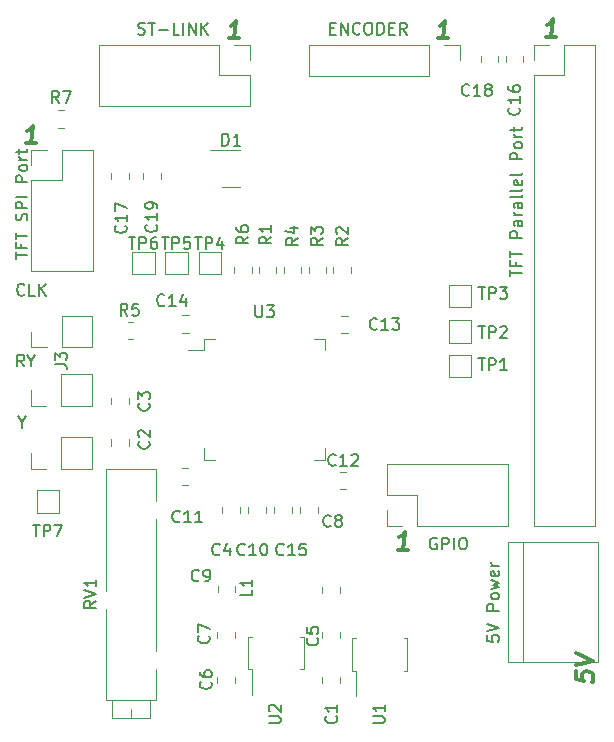
<source format=gbr>
%TF.GenerationSoftware,KiCad,Pcbnew,(6.0.6)*%
%TF.CreationDate,2022-09-22T18:41:47+01:00*%
%TF.ProjectId,ConverterBoard,436f6e76-6572-4746-9572-426f6172642e,rev?*%
%TF.SameCoordinates,Original*%
%TF.FileFunction,Legend,Top*%
%TF.FilePolarity,Positive*%
%FSLAX46Y46*%
G04 Gerber Fmt 4.6, Leading zero omitted, Abs format (unit mm)*
G04 Created by KiCad (PCBNEW (6.0.6)) date 2022-09-22 18:41:47*
%MOMM*%
%LPD*%
G01*
G04 APERTURE LIST*
%ADD10C,0.300000*%
%ADD11C,0.150000*%
%ADD12C,0.120000*%
G04 APERTURE END LIST*
D10*
X164778571Y-117740223D02*
X164778571Y-118454508D01*
X165492857Y-118615223D01*
X165421428Y-118534866D01*
X165350000Y-118383080D01*
X165350000Y-118025937D01*
X165421428Y-117892008D01*
X165492857Y-117829508D01*
X165635714Y-117775937D01*
X165992857Y-117820580D01*
X166135714Y-117909866D01*
X166207142Y-117990223D01*
X166278571Y-118142008D01*
X166278571Y-118499151D01*
X166207142Y-118633080D01*
X166135714Y-118695580D01*
X164778571Y-117240223D02*
X166278571Y-116927723D01*
X164778571Y-116240223D01*
X150586562Y-107478571D02*
X149729419Y-107478571D01*
X150157991Y-107478571D02*
X150345491Y-105978571D01*
X150175848Y-106192857D01*
X150015133Y-106335714D01*
X149863348Y-106407142D01*
X119086562Y-73078571D02*
X118229419Y-73078571D01*
X118657991Y-73078571D02*
X118845491Y-71578571D01*
X118675848Y-71792857D01*
X118515133Y-71935714D01*
X118363348Y-72007142D01*
X153986562Y-64178571D02*
X153129419Y-64178571D01*
X153557991Y-64178571D02*
X153745491Y-62678571D01*
X153575848Y-62892857D01*
X153415133Y-63035714D01*
X153263348Y-63107142D01*
X163086562Y-64078571D02*
X162229419Y-64078571D01*
X162657991Y-64078571D02*
X162845491Y-62578571D01*
X162675848Y-62792857D01*
X162515133Y-62935714D01*
X162363348Y-63007142D01*
X136286562Y-64178571D02*
X135429419Y-64178571D01*
X135857991Y-64178571D02*
X136045491Y-62678571D01*
X135875848Y-62892857D01*
X135715133Y-63035714D01*
X135563348Y-63107142D01*
D11*
%TO.C,U3*%
X137668095Y-86794380D02*
X137668095Y-87603904D01*
X137715714Y-87699142D01*
X137763333Y-87746761D01*
X137858571Y-87794380D01*
X138049047Y-87794380D01*
X138144285Y-87746761D01*
X138191904Y-87699142D01*
X138239523Y-87603904D01*
X138239523Y-86794380D01*
X138620476Y-86794380D02*
X139239523Y-86794380D01*
X138906190Y-87175333D01*
X139049047Y-87175333D01*
X139144285Y-87222952D01*
X139191904Y-87270571D01*
X139239523Y-87365809D01*
X139239523Y-87603904D01*
X139191904Y-87699142D01*
X139144285Y-87746761D01*
X139049047Y-87794380D01*
X138763333Y-87794380D01*
X138668095Y-87746761D01*
X138620476Y-87699142D01*
%TO.C,C1*%
X144502142Y-121561666D02*
X144549761Y-121609285D01*
X144597380Y-121752142D01*
X144597380Y-121847380D01*
X144549761Y-121990238D01*
X144454523Y-122085476D01*
X144359285Y-122133095D01*
X144168809Y-122180714D01*
X144025952Y-122180714D01*
X143835476Y-122133095D01*
X143740238Y-122085476D01*
X143645000Y-121990238D01*
X143597380Y-121847380D01*
X143597380Y-121752142D01*
X143645000Y-121609285D01*
X143692619Y-121561666D01*
X144597380Y-120609285D02*
X144597380Y-121180714D01*
X144597380Y-120895000D02*
X143597380Y-120895000D01*
X143740238Y-120990238D01*
X143835476Y-121085476D01*
X143883095Y-121180714D01*
%TO.C,C8*%
X144033333Y-105457142D02*
X143985714Y-105504761D01*
X143842857Y-105552380D01*
X143747619Y-105552380D01*
X143604761Y-105504761D01*
X143509523Y-105409523D01*
X143461904Y-105314285D01*
X143414285Y-105123809D01*
X143414285Y-104980952D01*
X143461904Y-104790476D01*
X143509523Y-104695238D01*
X143604761Y-104600000D01*
X143747619Y-104552380D01*
X143842857Y-104552380D01*
X143985714Y-104600000D01*
X144033333Y-104647619D01*
X144604761Y-104980952D02*
X144509523Y-104933333D01*
X144461904Y-104885714D01*
X144414285Y-104790476D01*
X144414285Y-104742857D01*
X144461904Y-104647619D01*
X144509523Y-104600000D01*
X144604761Y-104552380D01*
X144795238Y-104552380D01*
X144890476Y-104600000D01*
X144938095Y-104647619D01*
X144985714Y-104742857D01*
X144985714Y-104790476D01*
X144938095Y-104885714D01*
X144890476Y-104933333D01*
X144795238Y-104980952D01*
X144604761Y-104980952D01*
X144509523Y-105028571D01*
X144461904Y-105076190D01*
X144414285Y-105171428D01*
X144414285Y-105361904D01*
X144461904Y-105457142D01*
X144509523Y-105504761D01*
X144604761Y-105552380D01*
X144795238Y-105552380D01*
X144890476Y-105504761D01*
X144938095Y-105457142D01*
X144985714Y-105361904D01*
X144985714Y-105171428D01*
X144938095Y-105076190D01*
X144890476Y-105028571D01*
X144795238Y-104980952D01*
%TO.C,J3*%
X120702380Y-91783333D02*
X121416666Y-91783333D01*
X121559523Y-91830952D01*
X121654761Y-91926190D01*
X121702380Y-92069047D01*
X121702380Y-92164285D01*
X120702380Y-91402380D02*
X120702380Y-90783333D01*
X121083333Y-91116666D01*
X121083333Y-90973809D01*
X121130952Y-90878571D01*
X121178571Y-90830952D01*
X121273809Y-90783333D01*
X121511904Y-90783333D01*
X121607142Y-90830952D01*
X121654761Y-90878571D01*
X121702380Y-90973809D01*
X121702380Y-91259523D01*
X121654761Y-91354761D01*
X121607142Y-91402380D01*
X118080952Y-91952380D02*
X117747619Y-91476190D01*
X117509523Y-91952380D02*
X117509523Y-90952380D01*
X117890476Y-90952380D01*
X117985714Y-91000000D01*
X118033333Y-91047619D01*
X118080952Y-91142857D01*
X118080952Y-91285714D01*
X118033333Y-91380952D01*
X117985714Y-91428571D01*
X117890476Y-91476190D01*
X117509523Y-91476190D01*
X118700000Y-91476190D02*
X118700000Y-91952380D01*
X118366666Y-90952380D02*
X118700000Y-91476190D01*
X119033333Y-90952380D01*
%TO.C,TP3*%
X156528095Y-85227380D02*
X157099523Y-85227380D01*
X156813809Y-86227380D02*
X156813809Y-85227380D01*
X157432857Y-86227380D02*
X157432857Y-85227380D01*
X157813809Y-85227380D01*
X157909047Y-85275000D01*
X157956666Y-85322619D01*
X158004285Y-85417857D01*
X158004285Y-85560714D01*
X157956666Y-85655952D01*
X157909047Y-85703571D01*
X157813809Y-85751190D01*
X157432857Y-85751190D01*
X158337619Y-85227380D02*
X158956666Y-85227380D01*
X158623333Y-85608333D01*
X158766190Y-85608333D01*
X158861428Y-85655952D01*
X158909047Y-85703571D01*
X158956666Y-85798809D01*
X158956666Y-86036904D01*
X158909047Y-86132142D01*
X158861428Y-86179761D01*
X158766190Y-86227380D01*
X158480476Y-86227380D01*
X158385238Y-86179761D01*
X158337619Y-86132142D01*
%TO.C,C7*%
X133702142Y-114761666D02*
X133749761Y-114809285D01*
X133797380Y-114952142D01*
X133797380Y-115047380D01*
X133749761Y-115190238D01*
X133654523Y-115285476D01*
X133559285Y-115333095D01*
X133368809Y-115380714D01*
X133225952Y-115380714D01*
X133035476Y-115333095D01*
X132940238Y-115285476D01*
X132845000Y-115190238D01*
X132797380Y-115047380D01*
X132797380Y-114952142D01*
X132845000Y-114809285D01*
X132892619Y-114761666D01*
X132797380Y-114428333D02*
X132797380Y-113761666D01*
X133797380Y-114190238D01*
%TO.C,ST-LINK1*%
X127747619Y-63804761D02*
X127890476Y-63852380D01*
X128128571Y-63852380D01*
X128223809Y-63804761D01*
X128271428Y-63757142D01*
X128319047Y-63661904D01*
X128319047Y-63566666D01*
X128271428Y-63471428D01*
X128223809Y-63423809D01*
X128128571Y-63376190D01*
X127938095Y-63328571D01*
X127842857Y-63280952D01*
X127795238Y-63233333D01*
X127747619Y-63138095D01*
X127747619Y-63042857D01*
X127795238Y-62947619D01*
X127842857Y-62900000D01*
X127938095Y-62852380D01*
X128176190Y-62852380D01*
X128319047Y-62900000D01*
X128604761Y-62852380D02*
X129176190Y-62852380D01*
X128890476Y-63852380D02*
X128890476Y-62852380D01*
X129509523Y-63471428D02*
X130271428Y-63471428D01*
X131223809Y-63852380D02*
X130747619Y-63852380D01*
X130747619Y-62852380D01*
X131557142Y-63852380D02*
X131557142Y-62852380D01*
X132033333Y-63852380D02*
X132033333Y-62852380D01*
X132604761Y-63852380D01*
X132604761Y-62852380D01*
X133080952Y-63852380D02*
X133080952Y-62852380D01*
X133652380Y-63852380D02*
X133223809Y-63280952D01*
X133652380Y-62852380D02*
X133080952Y-63423809D01*
%TO.C,C5*%
X142902142Y-114961666D02*
X142949761Y-115009285D01*
X142997380Y-115152142D01*
X142997380Y-115247380D01*
X142949761Y-115390238D01*
X142854523Y-115485476D01*
X142759285Y-115533095D01*
X142568809Y-115580714D01*
X142425952Y-115580714D01*
X142235476Y-115533095D01*
X142140238Y-115485476D01*
X142045000Y-115390238D01*
X141997380Y-115247380D01*
X141997380Y-115152142D01*
X142045000Y-115009285D01*
X142092619Y-114961666D01*
X141997380Y-114056904D02*
X141997380Y-114533095D01*
X142473571Y-114580714D01*
X142425952Y-114533095D01*
X142378333Y-114437857D01*
X142378333Y-114199761D01*
X142425952Y-114104523D01*
X142473571Y-114056904D01*
X142568809Y-114009285D01*
X142806904Y-114009285D01*
X142902142Y-114056904D01*
X142949761Y-114104523D01*
X142997380Y-114199761D01*
X142997380Y-114437857D01*
X142949761Y-114533095D01*
X142902142Y-114580714D01*
%TO.C,C6*%
X133862142Y-118641666D02*
X133909761Y-118689285D01*
X133957380Y-118832142D01*
X133957380Y-118927380D01*
X133909761Y-119070238D01*
X133814523Y-119165476D01*
X133719285Y-119213095D01*
X133528809Y-119260714D01*
X133385952Y-119260714D01*
X133195476Y-119213095D01*
X133100238Y-119165476D01*
X133005000Y-119070238D01*
X132957380Y-118927380D01*
X132957380Y-118832142D01*
X133005000Y-118689285D01*
X133052619Y-118641666D01*
X132957380Y-117784523D02*
X132957380Y-117975000D01*
X133005000Y-118070238D01*
X133052619Y-118117857D01*
X133195476Y-118213095D01*
X133385952Y-118260714D01*
X133766904Y-118260714D01*
X133862142Y-118213095D01*
X133909761Y-118165476D01*
X133957380Y-118070238D01*
X133957380Y-117879761D01*
X133909761Y-117784523D01*
X133862142Y-117736904D01*
X133766904Y-117689285D01*
X133528809Y-117689285D01*
X133433571Y-117736904D01*
X133385952Y-117784523D01*
X133338333Y-117879761D01*
X133338333Y-118070238D01*
X133385952Y-118165476D01*
X133433571Y-118213095D01*
X133528809Y-118260714D01*
%TO.C,R1*%
X139002380Y-80966666D02*
X138526190Y-81300000D01*
X139002380Y-81538095D02*
X138002380Y-81538095D01*
X138002380Y-81157142D01*
X138050000Y-81061904D01*
X138097619Y-81014285D01*
X138192857Y-80966666D01*
X138335714Y-80966666D01*
X138430952Y-81014285D01*
X138478571Y-81061904D01*
X138526190Y-81157142D01*
X138526190Y-81538095D01*
X139002380Y-80014285D02*
X139002380Y-80585714D01*
X139002380Y-80300000D02*
X138002380Y-80300000D01*
X138145238Y-80395238D01*
X138240476Y-80490476D01*
X138288095Y-80585714D01*
%TO.C,J1*%
X157272380Y-114725714D02*
X157272380Y-115201904D01*
X157748571Y-115249523D01*
X157700952Y-115201904D01*
X157653333Y-115106666D01*
X157653333Y-114868571D01*
X157700952Y-114773333D01*
X157748571Y-114725714D01*
X157843809Y-114678095D01*
X158081904Y-114678095D01*
X158177142Y-114725714D01*
X158224761Y-114773333D01*
X158272380Y-114868571D01*
X158272380Y-115106666D01*
X158224761Y-115201904D01*
X158177142Y-115249523D01*
X157272380Y-114392380D02*
X158272380Y-114059047D01*
X157272380Y-113725714D01*
X158272380Y-112630476D02*
X157272380Y-112630476D01*
X157272380Y-112249523D01*
X157320000Y-112154285D01*
X157367619Y-112106666D01*
X157462857Y-112059047D01*
X157605714Y-112059047D01*
X157700952Y-112106666D01*
X157748571Y-112154285D01*
X157796190Y-112249523D01*
X157796190Y-112630476D01*
X158272380Y-111487619D02*
X158224761Y-111582857D01*
X158177142Y-111630476D01*
X158081904Y-111678095D01*
X157796190Y-111678095D01*
X157700952Y-111630476D01*
X157653333Y-111582857D01*
X157605714Y-111487619D01*
X157605714Y-111344761D01*
X157653333Y-111249523D01*
X157700952Y-111201904D01*
X157796190Y-111154285D01*
X158081904Y-111154285D01*
X158177142Y-111201904D01*
X158224761Y-111249523D01*
X158272380Y-111344761D01*
X158272380Y-111487619D01*
X157605714Y-110820952D02*
X158272380Y-110630476D01*
X157796190Y-110440000D01*
X158272380Y-110249523D01*
X157605714Y-110059047D01*
X158224761Y-109297142D02*
X158272380Y-109392380D01*
X158272380Y-109582857D01*
X158224761Y-109678095D01*
X158129523Y-109725714D01*
X157748571Y-109725714D01*
X157653333Y-109678095D01*
X157605714Y-109582857D01*
X157605714Y-109392380D01*
X157653333Y-109297142D01*
X157748571Y-109249523D01*
X157843809Y-109249523D01*
X157939047Y-109725714D01*
X158272380Y-108820952D02*
X157605714Y-108820952D01*
X157796190Y-108820952D02*
X157700952Y-108773333D01*
X157653333Y-108725714D01*
X157605714Y-108630476D01*
X157605714Y-108535238D01*
%TO.C,L1*%
X137397380Y-110861666D02*
X137397380Y-111337857D01*
X136397380Y-111337857D01*
X137397380Y-110004523D02*
X137397380Y-110575952D01*
X137397380Y-110290238D02*
X136397380Y-110290238D01*
X136540238Y-110385476D01*
X136635476Y-110480714D01*
X136683095Y-110575952D01*
%TO.C,RV1*%
X124162380Y-111805238D02*
X123686190Y-112138571D01*
X124162380Y-112376666D02*
X123162380Y-112376666D01*
X123162380Y-111995714D01*
X123210000Y-111900476D01*
X123257619Y-111852857D01*
X123352857Y-111805238D01*
X123495714Y-111805238D01*
X123590952Y-111852857D01*
X123638571Y-111900476D01*
X123686190Y-111995714D01*
X123686190Y-112376666D01*
X123162380Y-111519523D02*
X124162380Y-111186190D01*
X123162380Y-110852857D01*
X124162380Y-109995714D02*
X124162380Y-110567142D01*
X124162380Y-110281428D02*
X123162380Y-110281428D01*
X123305238Y-110376666D01*
X123400476Y-110471904D01*
X123448095Y-110567142D01*
%TO.C,C12*%
X144452142Y-100277142D02*
X144404523Y-100324761D01*
X144261666Y-100372380D01*
X144166428Y-100372380D01*
X144023571Y-100324761D01*
X143928333Y-100229523D01*
X143880714Y-100134285D01*
X143833095Y-99943809D01*
X143833095Y-99800952D01*
X143880714Y-99610476D01*
X143928333Y-99515238D01*
X144023571Y-99420000D01*
X144166428Y-99372380D01*
X144261666Y-99372380D01*
X144404523Y-99420000D01*
X144452142Y-99467619D01*
X145404523Y-100372380D02*
X144833095Y-100372380D01*
X145118809Y-100372380D02*
X145118809Y-99372380D01*
X145023571Y-99515238D01*
X144928333Y-99610476D01*
X144833095Y-99658095D01*
X145785476Y-99467619D02*
X145833095Y-99420000D01*
X145928333Y-99372380D01*
X146166428Y-99372380D01*
X146261666Y-99420000D01*
X146309285Y-99467619D01*
X146356904Y-99562857D01*
X146356904Y-99658095D01*
X146309285Y-99800952D01*
X145737857Y-100372380D01*
X146356904Y-100372380D01*
%TO.C,C3*%
X128627142Y-95066666D02*
X128674761Y-95114285D01*
X128722380Y-95257142D01*
X128722380Y-95352380D01*
X128674761Y-95495238D01*
X128579523Y-95590476D01*
X128484285Y-95638095D01*
X128293809Y-95685714D01*
X128150952Y-95685714D01*
X127960476Y-95638095D01*
X127865238Y-95590476D01*
X127770000Y-95495238D01*
X127722380Y-95352380D01*
X127722380Y-95257142D01*
X127770000Y-95114285D01*
X127817619Y-95066666D01*
X127722380Y-94733333D02*
X127722380Y-94114285D01*
X128103333Y-94447619D01*
X128103333Y-94304761D01*
X128150952Y-94209523D01*
X128198571Y-94161904D01*
X128293809Y-94114285D01*
X128531904Y-94114285D01*
X128627142Y-94161904D01*
X128674761Y-94209523D01*
X128722380Y-94304761D01*
X128722380Y-94590476D01*
X128674761Y-94685714D01*
X128627142Y-94733333D01*
%TO.C,R4*%
X141252380Y-81066666D02*
X140776190Y-81400000D01*
X141252380Y-81638095D02*
X140252380Y-81638095D01*
X140252380Y-81257142D01*
X140300000Y-81161904D01*
X140347619Y-81114285D01*
X140442857Y-81066666D01*
X140585714Y-81066666D01*
X140680952Y-81114285D01*
X140728571Y-81161904D01*
X140776190Y-81257142D01*
X140776190Y-81638095D01*
X140585714Y-80209523D02*
X141252380Y-80209523D01*
X140204761Y-80447619D02*
X140919047Y-80685714D01*
X140919047Y-80066666D01*
%TO.C,R5*%
X126833333Y-87652380D02*
X126500000Y-87176190D01*
X126261904Y-87652380D02*
X126261904Y-86652380D01*
X126642857Y-86652380D01*
X126738095Y-86700000D01*
X126785714Y-86747619D01*
X126833333Y-86842857D01*
X126833333Y-86985714D01*
X126785714Y-87080952D01*
X126738095Y-87128571D01*
X126642857Y-87176190D01*
X126261904Y-87176190D01*
X127738095Y-86652380D02*
X127261904Y-86652380D01*
X127214285Y-87128571D01*
X127261904Y-87080952D01*
X127357142Y-87033333D01*
X127595238Y-87033333D01*
X127690476Y-87080952D01*
X127738095Y-87128571D01*
X127785714Y-87223809D01*
X127785714Y-87461904D01*
X127738095Y-87557142D01*
X127690476Y-87604761D01*
X127595238Y-87652380D01*
X127357142Y-87652380D01*
X127261904Y-87604761D01*
X127214285Y-87557142D01*
%TO.C,C14*%
X129957142Y-86757142D02*
X129909523Y-86804761D01*
X129766666Y-86852380D01*
X129671428Y-86852380D01*
X129528571Y-86804761D01*
X129433333Y-86709523D01*
X129385714Y-86614285D01*
X129338095Y-86423809D01*
X129338095Y-86280952D01*
X129385714Y-86090476D01*
X129433333Y-85995238D01*
X129528571Y-85900000D01*
X129671428Y-85852380D01*
X129766666Y-85852380D01*
X129909523Y-85900000D01*
X129957142Y-85947619D01*
X130909523Y-86852380D02*
X130338095Y-86852380D01*
X130623809Y-86852380D02*
X130623809Y-85852380D01*
X130528571Y-85995238D01*
X130433333Y-86090476D01*
X130338095Y-86138095D01*
X131766666Y-86185714D02*
X131766666Y-86852380D01*
X131528571Y-85804761D02*
X131290476Y-86519047D01*
X131909523Y-86519047D01*
%TO.C,ENCODER1*%
X143985714Y-63328571D02*
X144319047Y-63328571D01*
X144461904Y-63852380D02*
X143985714Y-63852380D01*
X143985714Y-62852380D01*
X144461904Y-62852380D01*
X144890476Y-63852380D02*
X144890476Y-62852380D01*
X145461904Y-63852380D01*
X145461904Y-62852380D01*
X146509523Y-63757142D02*
X146461904Y-63804761D01*
X146319047Y-63852380D01*
X146223809Y-63852380D01*
X146080952Y-63804761D01*
X145985714Y-63709523D01*
X145938095Y-63614285D01*
X145890476Y-63423809D01*
X145890476Y-63280952D01*
X145938095Y-63090476D01*
X145985714Y-62995238D01*
X146080952Y-62900000D01*
X146223809Y-62852380D01*
X146319047Y-62852380D01*
X146461904Y-62900000D01*
X146509523Y-62947619D01*
X147128571Y-62852380D02*
X147319047Y-62852380D01*
X147414285Y-62900000D01*
X147509523Y-62995238D01*
X147557142Y-63185714D01*
X147557142Y-63519047D01*
X147509523Y-63709523D01*
X147414285Y-63804761D01*
X147319047Y-63852380D01*
X147128571Y-63852380D01*
X147033333Y-63804761D01*
X146938095Y-63709523D01*
X146890476Y-63519047D01*
X146890476Y-63185714D01*
X146938095Y-62995238D01*
X147033333Y-62900000D01*
X147128571Y-62852380D01*
X147985714Y-63852380D02*
X147985714Y-62852380D01*
X148223809Y-62852380D01*
X148366666Y-62900000D01*
X148461904Y-62995238D01*
X148509523Y-63090476D01*
X148557142Y-63280952D01*
X148557142Y-63423809D01*
X148509523Y-63614285D01*
X148461904Y-63709523D01*
X148366666Y-63804761D01*
X148223809Y-63852380D01*
X147985714Y-63852380D01*
X148985714Y-63328571D02*
X149319047Y-63328571D01*
X149461904Y-63852380D02*
X148985714Y-63852380D01*
X148985714Y-62852380D01*
X149461904Y-62852380D01*
X150461904Y-63852380D02*
X150128571Y-63376190D01*
X149890476Y-63852380D02*
X149890476Y-62852380D01*
X150271428Y-62852380D01*
X150366666Y-62900000D01*
X150414285Y-62947619D01*
X150461904Y-63042857D01*
X150461904Y-63185714D01*
X150414285Y-63280952D01*
X150366666Y-63328571D01*
X150271428Y-63376190D01*
X149890476Y-63376190D01*
%TO.C,D1*%
X134861904Y-73252380D02*
X134861904Y-72252380D01*
X135100000Y-72252380D01*
X135242857Y-72300000D01*
X135338095Y-72395238D01*
X135385714Y-72490476D01*
X135433333Y-72680952D01*
X135433333Y-72823809D01*
X135385714Y-73014285D01*
X135338095Y-73109523D01*
X135242857Y-73204761D01*
X135100000Y-73252380D01*
X134861904Y-73252380D01*
X136385714Y-73252380D02*
X135814285Y-73252380D01*
X136100000Y-73252380D02*
X136100000Y-72252380D01*
X136004761Y-72395238D01*
X135909523Y-72490476D01*
X135814285Y-72538095D01*
%TO.C,C9*%
X132878333Y-110052142D02*
X132830714Y-110099761D01*
X132687857Y-110147380D01*
X132592619Y-110147380D01*
X132449761Y-110099761D01*
X132354523Y-110004523D01*
X132306904Y-109909285D01*
X132259285Y-109718809D01*
X132259285Y-109575952D01*
X132306904Y-109385476D01*
X132354523Y-109290238D01*
X132449761Y-109195000D01*
X132592619Y-109147380D01*
X132687857Y-109147380D01*
X132830714Y-109195000D01*
X132878333Y-109242619D01*
X133354523Y-110147380D02*
X133545000Y-110147380D01*
X133640238Y-110099761D01*
X133687857Y-110052142D01*
X133783095Y-109909285D01*
X133830714Y-109718809D01*
X133830714Y-109337857D01*
X133783095Y-109242619D01*
X133735476Y-109195000D01*
X133640238Y-109147380D01*
X133449761Y-109147380D01*
X133354523Y-109195000D01*
X133306904Y-109242619D01*
X133259285Y-109337857D01*
X133259285Y-109575952D01*
X133306904Y-109671190D01*
X133354523Y-109718809D01*
X133449761Y-109766428D01*
X133640238Y-109766428D01*
X133735476Y-109718809D01*
X133783095Y-109671190D01*
X133830714Y-109575952D01*
%TO.C,R3*%
X143352380Y-81066666D02*
X142876190Y-81400000D01*
X143352380Y-81638095D02*
X142352380Y-81638095D01*
X142352380Y-81257142D01*
X142400000Y-81161904D01*
X142447619Y-81114285D01*
X142542857Y-81066666D01*
X142685714Y-81066666D01*
X142780952Y-81114285D01*
X142828571Y-81161904D01*
X142876190Y-81257142D01*
X142876190Y-81638095D01*
X142352380Y-80733333D02*
X142352380Y-80114285D01*
X142733333Y-80447619D01*
X142733333Y-80304761D01*
X142780952Y-80209523D01*
X142828571Y-80161904D01*
X142923809Y-80114285D01*
X143161904Y-80114285D01*
X143257142Y-80161904D01*
X143304761Y-80209523D01*
X143352380Y-80304761D01*
X143352380Y-80590476D01*
X143304761Y-80685714D01*
X143257142Y-80733333D01*
%TO.C,C4*%
X134633333Y-107857142D02*
X134585714Y-107904761D01*
X134442857Y-107952380D01*
X134347619Y-107952380D01*
X134204761Y-107904761D01*
X134109523Y-107809523D01*
X134061904Y-107714285D01*
X134014285Y-107523809D01*
X134014285Y-107380952D01*
X134061904Y-107190476D01*
X134109523Y-107095238D01*
X134204761Y-107000000D01*
X134347619Y-106952380D01*
X134442857Y-106952380D01*
X134585714Y-107000000D01*
X134633333Y-107047619D01*
X135490476Y-107285714D02*
X135490476Y-107952380D01*
X135252380Y-106904761D02*
X135014285Y-107619047D01*
X135633333Y-107619047D01*
%TO.C,U1*%
X147597380Y-122156904D02*
X148406904Y-122156904D01*
X148502142Y-122109285D01*
X148549761Y-122061666D01*
X148597380Y-121966428D01*
X148597380Y-121775952D01*
X148549761Y-121680714D01*
X148502142Y-121633095D01*
X148406904Y-121585476D01*
X147597380Y-121585476D01*
X148597380Y-120585476D02*
X148597380Y-121156904D01*
X148597380Y-120871190D02*
X147597380Y-120871190D01*
X147740238Y-120966428D01*
X147835476Y-121061666D01*
X147883095Y-121156904D01*
%TO.C,C2*%
X128627142Y-98291666D02*
X128674761Y-98339285D01*
X128722380Y-98482142D01*
X128722380Y-98577380D01*
X128674761Y-98720238D01*
X128579523Y-98815476D01*
X128484285Y-98863095D01*
X128293809Y-98910714D01*
X128150952Y-98910714D01*
X127960476Y-98863095D01*
X127865238Y-98815476D01*
X127770000Y-98720238D01*
X127722380Y-98577380D01*
X127722380Y-98482142D01*
X127770000Y-98339285D01*
X127817619Y-98291666D01*
X127817619Y-97910714D02*
X127770000Y-97863095D01*
X127722380Y-97767857D01*
X127722380Y-97529761D01*
X127770000Y-97434523D01*
X127817619Y-97386904D01*
X127912857Y-97339285D01*
X128008095Y-97339285D01*
X128150952Y-97386904D01*
X128722380Y-97958333D01*
X128722380Y-97339285D01*
%TO.C,C19*%
X129257142Y-79942857D02*
X129304761Y-79990476D01*
X129352380Y-80133333D01*
X129352380Y-80228571D01*
X129304761Y-80371428D01*
X129209523Y-80466666D01*
X129114285Y-80514285D01*
X128923809Y-80561904D01*
X128780952Y-80561904D01*
X128590476Y-80514285D01*
X128495238Y-80466666D01*
X128400000Y-80371428D01*
X128352380Y-80228571D01*
X128352380Y-80133333D01*
X128400000Y-79990476D01*
X128447619Y-79942857D01*
X129352380Y-78990476D02*
X129352380Y-79561904D01*
X129352380Y-79276190D02*
X128352380Y-79276190D01*
X128495238Y-79371428D01*
X128590476Y-79466666D01*
X128638095Y-79561904D01*
X129352380Y-78514285D02*
X129352380Y-78323809D01*
X129304761Y-78228571D01*
X129257142Y-78180952D01*
X129114285Y-78085714D01*
X128923809Y-78038095D01*
X128542857Y-78038095D01*
X128447619Y-78085714D01*
X128400000Y-78133333D01*
X128352380Y-78228571D01*
X128352380Y-78419047D01*
X128400000Y-78514285D01*
X128447619Y-78561904D01*
X128542857Y-78609523D01*
X128780952Y-78609523D01*
X128876190Y-78561904D01*
X128923809Y-78514285D01*
X128971428Y-78419047D01*
X128971428Y-78228571D01*
X128923809Y-78133333D01*
X128876190Y-78085714D01*
X128780952Y-78038095D01*
%TO.C,J8*%
X117352380Y-82819047D02*
X117352380Y-82247619D01*
X118352380Y-82533333D02*
X117352380Y-82533333D01*
X117828571Y-81580952D02*
X117828571Y-81914285D01*
X118352380Y-81914285D02*
X117352380Y-81914285D01*
X117352380Y-81438095D01*
X117352380Y-81200000D02*
X117352380Y-80628571D01*
X118352380Y-80914285D02*
X117352380Y-80914285D01*
X118304761Y-79580952D02*
X118352380Y-79438095D01*
X118352380Y-79200000D01*
X118304761Y-79104761D01*
X118257142Y-79057142D01*
X118161904Y-79009523D01*
X118066666Y-79009523D01*
X117971428Y-79057142D01*
X117923809Y-79104761D01*
X117876190Y-79200000D01*
X117828571Y-79390476D01*
X117780952Y-79485714D01*
X117733333Y-79533333D01*
X117638095Y-79580952D01*
X117542857Y-79580952D01*
X117447619Y-79533333D01*
X117400000Y-79485714D01*
X117352380Y-79390476D01*
X117352380Y-79152380D01*
X117400000Y-79009523D01*
X118352380Y-78580952D02*
X117352380Y-78580952D01*
X117352380Y-78200000D01*
X117400000Y-78104761D01*
X117447619Y-78057142D01*
X117542857Y-78009523D01*
X117685714Y-78009523D01*
X117780952Y-78057142D01*
X117828571Y-78104761D01*
X117876190Y-78200000D01*
X117876190Y-78580952D01*
X118352380Y-77580952D02*
X117352380Y-77580952D01*
X118352380Y-76342857D02*
X117352380Y-76342857D01*
X117352380Y-75961904D01*
X117400000Y-75866666D01*
X117447619Y-75819047D01*
X117542857Y-75771428D01*
X117685714Y-75771428D01*
X117780952Y-75819047D01*
X117828571Y-75866666D01*
X117876190Y-75961904D01*
X117876190Y-76342857D01*
X118352380Y-75200000D02*
X118304761Y-75295238D01*
X118257142Y-75342857D01*
X118161904Y-75390476D01*
X117876190Y-75390476D01*
X117780952Y-75342857D01*
X117733333Y-75295238D01*
X117685714Y-75200000D01*
X117685714Y-75057142D01*
X117733333Y-74961904D01*
X117780952Y-74914285D01*
X117876190Y-74866666D01*
X118161904Y-74866666D01*
X118257142Y-74914285D01*
X118304761Y-74961904D01*
X118352380Y-75057142D01*
X118352380Y-75200000D01*
X118352380Y-74438095D02*
X117685714Y-74438095D01*
X117876190Y-74438095D02*
X117780952Y-74390476D01*
X117733333Y-74342857D01*
X117685714Y-74247619D01*
X117685714Y-74152380D01*
X117685714Y-73961904D02*
X117685714Y-73580952D01*
X117352380Y-73819047D02*
X118209523Y-73819047D01*
X118304761Y-73771428D01*
X118352380Y-73676190D01*
X118352380Y-73580952D01*
%TO.C,R7*%
X121033333Y-69652380D02*
X120700000Y-69176190D01*
X120461904Y-69652380D02*
X120461904Y-68652380D01*
X120842857Y-68652380D01*
X120938095Y-68700000D01*
X120985714Y-68747619D01*
X121033333Y-68842857D01*
X121033333Y-68985714D01*
X120985714Y-69080952D01*
X120938095Y-69128571D01*
X120842857Y-69176190D01*
X120461904Y-69176190D01*
X121366666Y-68652380D02*
X122033333Y-68652380D01*
X121604761Y-69652380D01*
%TO.C,J5*%
X117900000Y-96676190D02*
X117900000Y-97152380D01*
X117566666Y-96152380D02*
X117900000Y-96676190D01*
X118233333Y-96152380D01*
%TO.C,R2*%
X145507380Y-81106666D02*
X145031190Y-81440000D01*
X145507380Y-81678095D02*
X144507380Y-81678095D01*
X144507380Y-81297142D01*
X144555000Y-81201904D01*
X144602619Y-81154285D01*
X144697857Y-81106666D01*
X144840714Y-81106666D01*
X144935952Y-81154285D01*
X144983571Y-81201904D01*
X145031190Y-81297142D01*
X145031190Y-81678095D01*
X144602619Y-80725714D02*
X144555000Y-80678095D01*
X144507380Y-80582857D01*
X144507380Y-80344761D01*
X144555000Y-80249523D01*
X144602619Y-80201904D01*
X144697857Y-80154285D01*
X144793095Y-80154285D01*
X144935952Y-80201904D01*
X145507380Y-80773333D01*
X145507380Y-80154285D01*
%TO.C,TP1*%
X156528095Y-91277380D02*
X157099523Y-91277380D01*
X156813809Y-92277380D02*
X156813809Y-91277380D01*
X157432857Y-92277380D02*
X157432857Y-91277380D01*
X157813809Y-91277380D01*
X157909047Y-91325000D01*
X157956666Y-91372619D01*
X158004285Y-91467857D01*
X158004285Y-91610714D01*
X157956666Y-91705952D01*
X157909047Y-91753571D01*
X157813809Y-91801190D01*
X157432857Y-91801190D01*
X158956666Y-92277380D02*
X158385238Y-92277380D01*
X158670952Y-92277380D02*
X158670952Y-91277380D01*
X158575714Y-91420238D01*
X158480476Y-91515476D01*
X158385238Y-91563095D01*
%TO.C,TP6*%
X126938095Y-81004380D02*
X127509523Y-81004380D01*
X127223809Y-82004380D02*
X127223809Y-81004380D01*
X127842857Y-82004380D02*
X127842857Y-81004380D01*
X128223809Y-81004380D01*
X128319047Y-81052000D01*
X128366666Y-81099619D01*
X128414285Y-81194857D01*
X128414285Y-81337714D01*
X128366666Y-81432952D01*
X128319047Y-81480571D01*
X128223809Y-81528190D01*
X127842857Y-81528190D01*
X129271428Y-81004380D02*
X129080952Y-81004380D01*
X128985714Y-81052000D01*
X128938095Y-81099619D01*
X128842857Y-81242476D01*
X128795238Y-81432952D01*
X128795238Y-81813904D01*
X128842857Y-81909142D01*
X128890476Y-81956761D01*
X128985714Y-82004380D01*
X129176190Y-82004380D01*
X129271428Y-81956761D01*
X129319047Y-81909142D01*
X129366666Y-81813904D01*
X129366666Y-81575809D01*
X129319047Y-81480571D01*
X129271428Y-81432952D01*
X129176190Y-81385333D01*
X128985714Y-81385333D01*
X128890476Y-81432952D01*
X128842857Y-81480571D01*
X128795238Y-81575809D01*
%TO.C,C16*%
X159957142Y-70042857D02*
X160004761Y-70090476D01*
X160052380Y-70233333D01*
X160052380Y-70328571D01*
X160004761Y-70471428D01*
X159909523Y-70566666D01*
X159814285Y-70614285D01*
X159623809Y-70661904D01*
X159480952Y-70661904D01*
X159290476Y-70614285D01*
X159195238Y-70566666D01*
X159100000Y-70471428D01*
X159052380Y-70328571D01*
X159052380Y-70233333D01*
X159100000Y-70090476D01*
X159147619Y-70042857D01*
X160052380Y-69090476D02*
X160052380Y-69661904D01*
X160052380Y-69376190D02*
X159052380Y-69376190D01*
X159195238Y-69471428D01*
X159290476Y-69566666D01*
X159338095Y-69661904D01*
X159052380Y-68233333D02*
X159052380Y-68423809D01*
X159100000Y-68519047D01*
X159147619Y-68566666D01*
X159290476Y-68661904D01*
X159480952Y-68709523D01*
X159861904Y-68709523D01*
X159957142Y-68661904D01*
X160004761Y-68614285D01*
X160052380Y-68519047D01*
X160052380Y-68328571D01*
X160004761Y-68233333D01*
X159957142Y-68185714D01*
X159861904Y-68138095D01*
X159623809Y-68138095D01*
X159528571Y-68185714D01*
X159480952Y-68233333D01*
X159433333Y-68328571D01*
X159433333Y-68519047D01*
X159480952Y-68614285D01*
X159528571Y-68661904D01*
X159623809Y-68709523D01*
%TO.C,TP4*%
X132538095Y-81004380D02*
X133109523Y-81004380D01*
X132823809Y-82004380D02*
X132823809Y-81004380D01*
X133442857Y-82004380D02*
X133442857Y-81004380D01*
X133823809Y-81004380D01*
X133919047Y-81052000D01*
X133966666Y-81099619D01*
X134014285Y-81194857D01*
X134014285Y-81337714D01*
X133966666Y-81432952D01*
X133919047Y-81480571D01*
X133823809Y-81528190D01*
X133442857Y-81528190D01*
X134871428Y-81337714D02*
X134871428Y-82004380D01*
X134633333Y-80956761D02*
X134395238Y-81671047D01*
X135014285Y-81671047D01*
%TO.C,C17*%
X126657142Y-80042857D02*
X126704761Y-80090476D01*
X126752380Y-80233333D01*
X126752380Y-80328571D01*
X126704761Y-80471428D01*
X126609523Y-80566666D01*
X126514285Y-80614285D01*
X126323809Y-80661904D01*
X126180952Y-80661904D01*
X125990476Y-80614285D01*
X125895238Y-80566666D01*
X125800000Y-80471428D01*
X125752380Y-80328571D01*
X125752380Y-80233333D01*
X125800000Y-80090476D01*
X125847619Y-80042857D01*
X126752380Y-79090476D02*
X126752380Y-79661904D01*
X126752380Y-79376190D02*
X125752380Y-79376190D01*
X125895238Y-79471428D01*
X125990476Y-79566666D01*
X126038095Y-79661904D01*
X125752380Y-78757142D02*
X125752380Y-78090476D01*
X126752380Y-78519047D01*
%TO.C,TP2*%
X156528095Y-88552380D02*
X157099523Y-88552380D01*
X156813809Y-89552380D02*
X156813809Y-88552380D01*
X157432857Y-89552380D02*
X157432857Y-88552380D01*
X157813809Y-88552380D01*
X157909047Y-88600000D01*
X157956666Y-88647619D01*
X158004285Y-88742857D01*
X158004285Y-88885714D01*
X157956666Y-88980952D01*
X157909047Y-89028571D01*
X157813809Y-89076190D01*
X157432857Y-89076190D01*
X158385238Y-88647619D02*
X158432857Y-88600000D01*
X158528095Y-88552380D01*
X158766190Y-88552380D01*
X158861428Y-88600000D01*
X158909047Y-88647619D01*
X158956666Y-88742857D01*
X158956666Y-88838095D01*
X158909047Y-88980952D01*
X158337619Y-89552380D01*
X158956666Y-89552380D01*
%TO.C,C15*%
X140057142Y-107857142D02*
X140009523Y-107904761D01*
X139866666Y-107952380D01*
X139771428Y-107952380D01*
X139628571Y-107904761D01*
X139533333Y-107809523D01*
X139485714Y-107714285D01*
X139438095Y-107523809D01*
X139438095Y-107380952D01*
X139485714Y-107190476D01*
X139533333Y-107095238D01*
X139628571Y-107000000D01*
X139771428Y-106952380D01*
X139866666Y-106952380D01*
X140009523Y-107000000D01*
X140057142Y-107047619D01*
X141009523Y-107952380D02*
X140438095Y-107952380D01*
X140723809Y-107952380D02*
X140723809Y-106952380D01*
X140628571Y-107095238D01*
X140533333Y-107190476D01*
X140438095Y-107238095D01*
X141914285Y-106952380D02*
X141438095Y-106952380D01*
X141390476Y-107428571D01*
X141438095Y-107380952D01*
X141533333Y-107333333D01*
X141771428Y-107333333D01*
X141866666Y-107380952D01*
X141914285Y-107428571D01*
X141961904Y-107523809D01*
X141961904Y-107761904D01*
X141914285Y-107857142D01*
X141866666Y-107904761D01*
X141771428Y-107952380D01*
X141533333Y-107952380D01*
X141438095Y-107904761D01*
X141390476Y-107857142D01*
%TO.C,C11*%
X131257142Y-105057142D02*
X131209523Y-105104761D01*
X131066666Y-105152380D01*
X130971428Y-105152380D01*
X130828571Y-105104761D01*
X130733333Y-105009523D01*
X130685714Y-104914285D01*
X130638095Y-104723809D01*
X130638095Y-104580952D01*
X130685714Y-104390476D01*
X130733333Y-104295238D01*
X130828571Y-104200000D01*
X130971428Y-104152380D01*
X131066666Y-104152380D01*
X131209523Y-104200000D01*
X131257142Y-104247619D01*
X132209523Y-105152380D02*
X131638095Y-105152380D01*
X131923809Y-105152380D02*
X131923809Y-104152380D01*
X131828571Y-104295238D01*
X131733333Y-104390476D01*
X131638095Y-104438095D01*
X133161904Y-105152380D02*
X132590476Y-105152380D01*
X132876190Y-105152380D02*
X132876190Y-104152380D01*
X132780952Y-104295238D01*
X132685714Y-104390476D01*
X132590476Y-104438095D01*
%TO.C,TP7*%
X118838095Y-105352380D02*
X119409523Y-105352380D01*
X119123809Y-106352380D02*
X119123809Y-105352380D01*
X119742857Y-106352380D02*
X119742857Y-105352380D01*
X120123809Y-105352380D01*
X120219047Y-105400000D01*
X120266666Y-105447619D01*
X120314285Y-105542857D01*
X120314285Y-105685714D01*
X120266666Y-105780952D01*
X120219047Y-105828571D01*
X120123809Y-105876190D01*
X119742857Y-105876190D01*
X120647619Y-105352380D02*
X121314285Y-105352380D01*
X120885714Y-106352380D01*
%TO.C,J2*%
X118104761Y-85857142D02*
X118057142Y-85904761D01*
X117914285Y-85952380D01*
X117819047Y-85952380D01*
X117676190Y-85904761D01*
X117580952Y-85809523D01*
X117533333Y-85714285D01*
X117485714Y-85523809D01*
X117485714Y-85380952D01*
X117533333Y-85190476D01*
X117580952Y-85095238D01*
X117676190Y-85000000D01*
X117819047Y-84952380D01*
X117914285Y-84952380D01*
X118057142Y-85000000D01*
X118104761Y-85047619D01*
X119009523Y-85952380D02*
X118533333Y-85952380D01*
X118533333Y-84952380D01*
X119342857Y-85952380D02*
X119342857Y-84952380D01*
X119914285Y-85952380D02*
X119485714Y-85380952D01*
X119914285Y-84952380D02*
X119342857Y-85523809D01*
%TO.C,U2*%
X138797380Y-122156904D02*
X139606904Y-122156904D01*
X139702142Y-122109285D01*
X139749761Y-122061666D01*
X139797380Y-121966428D01*
X139797380Y-121775952D01*
X139749761Y-121680714D01*
X139702142Y-121633095D01*
X139606904Y-121585476D01*
X138797380Y-121585476D01*
X138892619Y-121156904D02*
X138845000Y-121109285D01*
X138797380Y-121014047D01*
X138797380Y-120775952D01*
X138845000Y-120680714D01*
X138892619Y-120633095D01*
X138987857Y-120585476D01*
X139083095Y-120585476D01*
X139225952Y-120633095D01*
X139797380Y-121204523D01*
X139797380Y-120585476D01*
%TO.C,C10*%
X136757142Y-107857142D02*
X136709523Y-107904761D01*
X136566666Y-107952380D01*
X136471428Y-107952380D01*
X136328571Y-107904761D01*
X136233333Y-107809523D01*
X136185714Y-107714285D01*
X136138095Y-107523809D01*
X136138095Y-107380952D01*
X136185714Y-107190476D01*
X136233333Y-107095238D01*
X136328571Y-107000000D01*
X136471428Y-106952380D01*
X136566666Y-106952380D01*
X136709523Y-107000000D01*
X136757142Y-107047619D01*
X137709523Y-107952380D02*
X137138095Y-107952380D01*
X137423809Y-107952380D02*
X137423809Y-106952380D01*
X137328571Y-107095238D01*
X137233333Y-107190476D01*
X137138095Y-107238095D01*
X138328571Y-106952380D02*
X138423809Y-106952380D01*
X138519047Y-107000000D01*
X138566666Y-107047619D01*
X138614285Y-107142857D01*
X138661904Y-107333333D01*
X138661904Y-107571428D01*
X138614285Y-107761904D01*
X138566666Y-107857142D01*
X138519047Y-107904761D01*
X138423809Y-107952380D01*
X138328571Y-107952380D01*
X138233333Y-107904761D01*
X138185714Y-107857142D01*
X138138095Y-107761904D01*
X138090476Y-107571428D01*
X138090476Y-107333333D01*
X138138095Y-107142857D01*
X138185714Y-107047619D01*
X138233333Y-107000000D01*
X138328571Y-106952380D01*
%TO.C,C18*%
X155757142Y-68957142D02*
X155709523Y-69004761D01*
X155566666Y-69052380D01*
X155471428Y-69052380D01*
X155328571Y-69004761D01*
X155233333Y-68909523D01*
X155185714Y-68814285D01*
X155138095Y-68623809D01*
X155138095Y-68480952D01*
X155185714Y-68290476D01*
X155233333Y-68195238D01*
X155328571Y-68100000D01*
X155471428Y-68052380D01*
X155566666Y-68052380D01*
X155709523Y-68100000D01*
X155757142Y-68147619D01*
X156709523Y-69052380D02*
X156138095Y-69052380D01*
X156423809Y-69052380D02*
X156423809Y-68052380D01*
X156328571Y-68195238D01*
X156233333Y-68290476D01*
X156138095Y-68338095D01*
X157280952Y-68480952D02*
X157185714Y-68433333D01*
X157138095Y-68385714D01*
X157090476Y-68290476D01*
X157090476Y-68242857D01*
X157138095Y-68147619D01*
X157185714Y-68100000D01*
X157280952Y-68052380D01*
X157471428Y-68052380D01*
X157566666Y-68100000D01*
X157614285Y-68147619D01*
X157661904Y-68242857D01*
X157661904Y-68290476D01*
X157614285Y-68385714D01*
X157566666Y-68433333D01*
X157471428Y-68480952D01*
X157280952Y-68480952D01*
X157185714Y-68528571D01*
X157138095Y-68576190D01*
X157090476Y-68671428D01*
X157090476Y-68861904D01*
X157138095Y-68957142D01*
X157185714Y-69004761D01*
X157280952Y-69052380D01*
X157471428Y-69052380D01*
X157566666Y-69004761D01*
X157614285Y-68957142D01*
X157661904Y-68861904D01*
X157661904Y-68671428D01*
X157614285Y-68576190D01*
X157566666Y-68528571D01*
X157471428Y-68480952D01*
%TO.C,TP5*%
X129738095Y-81004380D02*
X130309523Y-81004380D01*
X130023809Y-82004380D02*
X130023809Y-81004380D01*
X130642857Y-82004380D02*
X130642857Y-81004380D01*
X131023809Y-81004380D01*
X131119047Y-81052000D01*
X131166666Y-81099619D01*
X131214285Y-81194857D01*
X131214285Y-81337714D01*
X131166666Y-81432952D01*
X131119047Y-81480571D01*
X131023809Y-81528190D01*
X130642857Y-81528190D01*
X132119047Y-81004380D02*
X131642857Y-81004380D01*
X131595238Y-81480571D01*
X131642857Y-81432952D01*
X131738095Y-81385333D01*
X131976190Y-81385333D01*
X132071428Y-81432952D01*
X132119047Y-81480571D01*
X132166666Y-81575809D01*
X132166666Y-81813904D01*
X132119047Y-81909142D01*
X132071428Y-81956761D01*
X131976190Y-82004380D01*
X131738095Y-82004380D01*
X131642857Y-81956761D01*
X131595238Y-81909142D01*
%TO.C,R6*%
X137052380Y-80966666D02*
X136576190Y-81300000D01*
X137052380Y-81538095D02*
X136052380Y-81538095D01*
X136052380Y-81157142D01*
X136100000Y-81061904D01*
X136147619Y-81014285D01*
X136242857Y-80966666D01*
X136385714Y-80966666D01*
X136480952Y-81014285D01*
X136528571Y-81061904D01*
X136576190Y-81157142D01*
X136576190Y-81538095D01*
X136052380Y-80109523D02*
X136052380Y-80300000D01*
X136100000Y-80395238D01*
X136147619Y-80442857D01*
X136290476Y-80538095D01*
X136480952Y-80585714D01*
X136861904Y-80585714D01*
X136957142Y-80538095D01*
X137004761Y-80490476D01*
X137052380Y-80395238D01*
X137052380Y-80204761D01*
X137004761Y-80109523D01*
X136957142Y-80061904D01*
X136861904Y-80014285D01*
X136623809Y-80014285D01*
X136528571Y-80061904D01*
X136480952Y-80109523D01*
X136433333Y-80204761D01*
X136433333Y-80395238D01*
X136480952Y-80490476D01*
X136528571Y-80538095D01*
X136623809Y-80585714D01*
%TO.C,J6*%
X159252380Y-84333333D02*
X159252380Y-83761904D01*
X160252380Y-84047619D02*
X159252380Y-84047619D01*
X159728571Y-83095238D02*
X159728571Y-83428571D01*
X160252380Y-83428571D02*
X159252380Y-83428571D01*
X159252380Y-82952380D01*
X159252380Y-82714285D02*
X159252380Y-82142857D01*
X160252380Y-82428571D02*
X159252380Y-82428571D01*
X160252380Y-81047619D02*
X159252380Y-81047619D01*
X159252380Y-80666666D01*
X159300000Y-80571428D01*
X159347619Y-80523809D01*
X159442857Y-80476190D01*
X159585714Y-80476190D01*
X159680952Y-80523809D01*
X159728571Y-80571428D01*
X159776190Y-80666666D01*
X159776190Y-81047619D01*
X160252380Y-79619047D02*
X159728571Y-79619047D01*
X159633333Y-79666666D01*
X159585714Y-79761904D01*
X159585714Y-79952380D01*
X159633333Y-80047619D01*
X160204761Y-79619047D02*
X160252380Y-79714285D01*
X160252380Y-79952380D01*
X160204761Y-80047619D01*
X160109523Y-80095238D01*
X160014285Y-80095238D01*
X159919047Y-80047619D01*
X159871428Y-79952380D01*
X159871428Y-79714285D01*
X159823809Y-79619047D01*
X160252380Y-79142857D02*
X159585714Y-79142857D01*
X159776190Y-79142857D02*
X159680952Y-79095238D01*
X159633333Y-79047619D01*
X159585714Y-78952380D01*
X159585714Y-78857142D01*
X160252380Y-78095238D02*
X159728571Y-78095238D01*
X159633333Y-78142857D01*
X159585714Y-78238095D01*
X159585714Y-78428571D01*
X159633333Y-78523809D01*
X160204761Y-78095238D02*
X160252380Y-78190476D01*
X160252380Y-78428571D01*
X160204761Y-78523809D01*
X160109523Y-78571428D01*
X160014285Y-78571428D01*
X159919047Y-78523809D01*
X159871428Y-78428571D01*
X159871428Y-78190476D01*
X159823809Y-78095238D01*
X160252380Y-77476190D02*
X160204761Y-77571428D01*
X160109523Y-77619047D01*
X159252380Y-77619047D01*
X160252380Y-76952380D02*
X160204761Y-77047619D01*
X160109523Y-77095238D01*
X159252380Y-77095238D01*
X160204761Y-76190476D02*
X160252380Y-76285714D01*
X160252380Y-76476190D01*
X160204761Y-76571428D01*
X160109523Y-76619047D01*
X159728571Y-76619047D01*
X159633333Y-76571428D01*
X159585714Y-76476190D01*
X159585714Y-76285714D01*
X159633333Y-76190476D01*
X159728571Y-76142857D01*
X159823809Y-76142857D01*
X159919047Y-76619047D01*
X160252380Y-75571428D02*
X160204761Y-75666666D01*
X160109523Y-75714285D01*
X159252380Y-75714285D01*
X160252380Y-74428571D02*
X159252380Y-74428571D01*
X159252380Y-74047619D01*
X159300000Y-73952380D01*
X159347619Y-73904761D01*
X159442857Y-73857142D01*
X159585714Y-73857142D01*
X159680952Y-73904761D01*
X159728571Y-73952380D01*
X159776190Y-74047619D01*
X159776190Y-74428571D01*
X160252380Y-73285714D02*
X160204761Y-73380952D01*
X160157142Y-73428571D01*
X160061904Y-73476190D01*
X159776190Y-73476190D01*
X159680952Y-73428571D01*
X159633333Y-73380952D01*
X159585714Y-73285714D01*
X159585714Y-73142857D01*
X159633333Y-73047619D01*
X159680952Y-73000000D01*
X159776190Y-72952380D01*
X160061904Y-72952380D01*
X160157142Y-73000000D01*
X160204761Y-73047619D01*
X160252380Y-73142857D01*
X160252380Y-73285714D01*
X160252380Y-72523809D02*
X159585714Y-72523809D01*
X159776190Y-72523809D02*
X159680952Y-72476190D01*
X159633333Y-72428571D01*
X159585714Y-72333333D01*
X159585714Y-72238095D01*
X159585714Y-72047619D02*
X159585714Y-71666666D01*
X159252380Y-71904761D02*
X160109523Y-71904761D01*
X160204761Y-71857142D01*
X160252380Y-71761904D01*
X160252380Y-71666666D01*
%TO.C,C13*%
X147957142Y-88757142D02*
X147909523Y-88804761D01*
X147766666Y-88852380D01*
X147671428Y-88852380D01*
X147528571Y-88804761D01*
X147433333Y-88709523D01*
X147385714Y-88614285D01*
X147338095Y-88423809D01*
X147338095Y-88280952D01*
X147385714Y-88090476D01*
X147433333Y-87995238D01*
X147528571Y-87900000D01*
X147671428Y-87852380D01*
X147766666Y-87852380D01*
X147909523Y-87900000D01*
X147957142Y-87947619D01*
X148909523Y-88852380D02*
X148338095Y-88852380D01*
X148623809Y-88852380D02*
X148623809Y-87852380D01*
X148528571Y-87995238D01*
X148433333Y-88090476D01*
X148338095Y-88138095D01*
X149242857Y-87852380D02*
X149861904Y-87852380D01*
X149528571Y-88233333D01*
X149671428Y-88233333D01*
X149766666Y-88280952D01*
X149814285Y-88328571D01*
X149861904Y-88423809D01*
X149861904Y-88661904D01*
X149814285Y-88757142D01*
X149766666Y-88804761D01*
X149671428Y-88852380D01*
X149385714Y-88852380D01*
X149290476Y-88804761D01*
X149242857Y-88757142D01*
%TO.C,J7*%
X153000000Y-106500000D02*
X152904761Y-106452380D01*
X152761904Y-106452380D01*
X152619047Y-106500000D01*
X152523809Y-106595238D01*
X152476190Y-106690476D01*
X152428571Y-106880952D01*
X152428571Y-107023809D01*
X152476190Y-107214285D01*
X152523809Y-107309523D01*
X152619047Y-107404761D01*
X152761904Y-107452380D01*
X152857142Y-107452380D01*
X153000000Y-107404761D01*
X153047619Y-107357142D01*
X153047619Y-107023809D01*
X152857142Y-107023809D01*
X153476190Y-107452380D02*
X153476190Y-106452380D01*
X153857142Y-106452380D01*
X153952380Y-106500000D01*
X154000000Y-106547619D01*
X154047619Y-106642857D01*
X154047619Y-106785714D01*
X154000000Y-106880952D01*
X153952380Y-106928571D01*
X153857142Y-106976190D01*
X153476190Y-106976190D01*
X154476190Y-107452380D02*
X154476190Y-106452380D01*
X155142857Y-106452380D02*
X155333333Y-106452380D01*
X155428571Y-106500000D01*
X155523809Y-106595238D01*
X155571428Y-106785714D01*
X155571428Y-107119047D01*
X155523809Y-107309523D01*
X155428571Y-107404761D01*
X155333333Y-107452380D01*
X155142857Y-107452380D01*
X155047619Y-107404761D01*
X154952380Y-107309523D01*
X154904761Y-107119047D01*
X154904761Y-106785714D01*
X154952380Y-106595238D01*
X155047619Y-106500000D01*
X155142857Y-106452380D01*
D12*
%TO.C,U3*%
X134270000Y-89632000D02*
X133320000Y-89632000D01*
X142590000Y-89632000D02*
X143540000Y-89632000D01*
X143540000Y-99852000D02*
X143540000Y-98902000D01*
X142590000Y-99852000D02*
X143540000Y-99852000D01*
X134270000Y-99852000D02*
X133320000Y-99852000D01*
X133320000Y-89632000D02*
X133320000Y-90582000D01*
X143540000Y-89632000D02*
X143540000Y-90582000D01*
X133320000Y-99852000D02*
X133320000Y-98902000D01*
X133320000Y-90582000D02*
X131980000Y-90582000D01*
%TO.C,C1*%
X144810000Y-118736252D02*
X144810000Y-118213748D01*
X143340000Y-118736252D02*
X143340000Y-118213748D01*
%TO.C,C8*%
X142935000Y-104361252D02*
X142935000Y-103838748D01*
X141465000Y-104361252D02*
X141465000Y-103838748D01*
%TO.C,J3*%
X121245000Y-92620000D02*
X123845000Y-92620000D01*
X118645000Y-95280000D02*
X118645000Y-93950000D01*
X119975000Y-95280000D02*
X118645000Y-95280000D01*
X123845000Y-95280000D02*
X123845000Y-92620000D01*
X121245000Y-95280000D02*
X121245000Y-92620000D01*
X121245000Y-95280000D02*
X123845000Y-95280000D01*
%TO.C,TP3*%
X154050000Y-86950000D02*
X154050000Y-85050000D01*
X154050000Y-85050000D02*
X155950000Y-85050000D01*
X155950000Y-85050000D02*
X155950000Y-86950000D01*
X155950000Y-86950000D02*
X154050000Y-86950000D01*
%TO.C,C7*%
X135920000Y-114403748D02*
X135920000Y-114926252D01*
X134450000Y-114403748D02*
X134450000Y-114926252D01*
%TO.C,ST-LINK1*%
X137220000Y-67310000D02*
X137220000Y-69910000D01*
X137220000Y-64710000D02*
X137220000Y-66040000D01*
X134620000Y-67310000D02*
X137220000Y-67310000D01*
X124400000Y-64710000D02*
X124400000Y-69910000D01*
X134620000Y-64710000D02*
X134620000Y-67310000D01*
X137220000Y-69910000D02*
X124400000Y-69910000D01*
X135890000Y-64710000D02*
X137220000Y-64710000D01*
X134620000Y-64710000D02*
X124400000Y-64710000D01*
%TO.C,C5*%
X143340000Y-114398748D02*
X143340000Y-114921252D01*
X144810000Y-114398748D02*
X144810000Y-114921252D01*
%TO.C,C6*%
X134450000Y-118736252D02*
X134450000Y-118213748D01*
X135920000Y-118736252D02*
X135920000Y-118213748D01*
%TO.C,R1*%
X139435000Y-84027064D02*
X139435000Y-83572936D01*
X137965000Y-84027064D02*
X137965000Y-83572936D01*
%TO.C,J1*%
X166710000Y-117020000D02*
X166710000Y-106860000D01*
X160360000Y-117020000D02*
X160360000Y-106860000D01*
X166710000Y-106860000D02*
X159090000Y-106860000D01*
X159090000Y-117020000D02*
X166710000Y-117020000D01*
X159090000Y-106860000D02*
X159090000Y-117020000D01*
%TO.C,L1*%
X135895000Y-111041252D02*
X135895000Y-110518748D01*
X134475000Y-111041252D02*
X134475000Y-110518748D01*
%TO.C,RV1*%
X124980000Y-120220000D02*
X129280000Y-120220000D01*
X129280000Y-120220000D02*
X129280000Y-117569000D01*
X129280000Y-116030000D02*
X129280000Y-104869000D01*
X125510000Y-121740000D02*
X125510000Y-120221000D01*
X124980000Y-110950000D02*
X124980000Y-100680000D01*
X124980000Y-120220000D02*
X124980000Y-112489000D01*
X127130000Y-121740000D02*
X127130000Y-120981000D01*
X129280000Y-103330000D02*
X129280000Y-100680000D01*
X125510000Y-120221000D02*
X128750000Y-120221000D01*
X124980000Y-100680000D02*
X129280000Y-100680000D01*
X125510000Y-121740000D02*
X128750000Y-121740000D01*
X128750000Y-121740000D02*
X128750000Y-120221000D01*
%TO.C,C12*%
X144833748Y-102335000D02*
X145356252Y-102335000D01*
X144833748Y-100865000D02*
X145356252Y-100865000D01*
%TO.C,C3*%
X125465000Y-94638748D02*
X125465000Y-95161252D01*
X126935000Y-94638748D02*
X126935000Y-95161252D01*
%TO.C,R4*%
X140065000Y-83572936D02*
X140065000Y-84027064D01*
X141535000Y-83572936D02*
X141535000Y-84027064D01*
%TO.C,R5*%
X127327064Y-88165000D02*
X126872936Y-88165000D01*
X127327064Y-89635000D02*
X126872936Y-89635000D01*
%TO.C,C14*%
X132011252Y-89085000D02*
X131488748Y-89085000D01*
X132011252Y-87615000D02*
X131488748Y-87615000D01*
%TO.C,ENCODER1*%
X152395000Y-67370000D02*
X142175000Y-67370000D01*
X142175000Y-64710000D02*
X142175000Y-67370000D01*
X153665000Y-64710000D02*
X154995000Y-64710000D01*
X152395000Y-64710000D02*
X142175000Y-64710000D01*
X154995000Y-64710000D02*
X154995000Y-66040000D01*
X152395000Y-64710000D02*
X152395000Y-67370000D01*
%TO.C,D1*%
X135600000Y-76760000D02*
X134800000Y-76760000D01*
X135600000Y-76760000D02*
X136400000Y-76760000D01*
X135600000Y-73640000D02*
X133800000Y-73640000D01*
X135600000Y-73640000D02*
X136400000Y-73640000D01*
%TO.C,C9*%
X140735000Y-104361252D02*
X140735000Y-103838748D01*
X139265000Y-104361252D02*
X139265000Y-103838748D01*
%TO.C,R3*%
X142165000Y-83572936D02*
X142165000Y-84027064D01*
X143635000Y-83572936D02*
X143635000Y-84027064D01*
%TO.C,C4*%
X136335000Y-103838748D02*
X136335000Y-104361252D01*
X134865000Y-103838748D02*
X134865000Y-104361252D01*
%TO.C,U1*%
X150539000Y-117708000D02*
X150209000Y-117708000D01*
X145819000Y-117708000D02*
X146149000Y-117708000D01*
X150539000Y-114988000D02*
X150539000Y-117708000D01*
X145819000Y-117708000D02*
X145819000Y-114988000D01*
X146149000Y-119888000D02*
X146149000Y-117708000D01*
X150209000Y-114988000D02*
X150539000Y-114988000D01*
X145819000Y-114988000D02*
X146149000Y-114988000D01*
%TO.C,C2*%
X126935000Y-98661252D02*
X126935000Y-98138748D01*
X125465000Y-98661252D02*
X125465000Y-98138748D01*
%TO.C,C19*%
X128165000Y-75548748D02*
X128165000Y-76071252D01*
X129635000Y-75548748D02*
X129635000Y-76071252D01*
%TO.C,J8*%
X118680000Y-76210000D02*
X118680000Y-83890000D01*
X118680000Y-74940000D02*
X118680000Y-73610000D01*
X118680000Y-73610000D02*
X120010000Y-73610000D01*
X118680000Y-83890000D02*
X123880000Y-83890000D01*
X121280000Y-76210000D02*
X121280000Y-73610000D01*
X121280000Y-73610000D02*
X123880000Y-73610000D01*
X118680000Y-76210000D02*
X121280000Y-76210000D01*
X123880000Y-73610000D02*
X123880000Y-83890000D01*
%TO.C,R7*%
X121427064Y-71735000D02*
X120972936Y-71735000D01*
X121427064Y-70265000D02*
X120972936Y-70265000D01*
%TO.C,J5*%
X123845000Y-100630000D02*
X123845000Y-97970000D01*
X121245000Y-97970000D02*
X123845000Y-97970000D01*
X121245000Y-100630000D02*
X123845000Y-100630000D01*
X118645000Y-100630000D02*
X118645000Y-99300000D01*
X121245000Y-100630000D02*
X121245000Y-97970000D01*
X119975000Y-100630000D02*
X118645000Y-100630000D01*
%TO.C,R2*%
X144265000Y-83572936D02*
X144265000Y-84027064D01*
X145735000Y-83572936D02*
X145735000Y-84027064D01*
%TO.C,TP1*%
X154050000Y-90950000D02*
X155950000Y-90950000D01*
X155950000Y-90950000D02*
X155950000Y-92850000D01*
X155950000Y-92850000D02*
X154050000Y-92850000D01*
X154050000Y-92850000D02*
X154050000Y-90950000D01*
%TO.C,TP6*%
X129150000Y-84150000D02*
X127250000Y-84150000D01*
X127250000Y-84150000D02*
X127250000Y-82250000D01*
X127250000Y-82250000D02*
X129150000Y-82250000D01*
X129150000Y-82250000D02*
X129150000Y-84150000D01*
%TO.C,C16*%
X158865000Y-65688748D02*
X158865000Y-66211252D01*
X160335000Y-65688748D02*
X160335000Y-66211252D01*
%TO.C,TP4*%
X134750000Y-82250000D02*
X134750000Y-84150000D01*
X134750000Y-84150000D02*
X132850000Y-84150000D01*
X132850000Y-82250000D02*
X134750000Y-82250000D01*
X132850000Y-84150000D02*
X132850000Y-82250000D01*
%TO.C,C17*%
X126935000Y-75538748D02*
X126935000Y-76061252D01*
X125465000Y-75538748D02*
X125465000Y-76061252D01*
%TO.C,TP2*%
X155950000Y-88050000D02*
X155950000Y-89950000D01*
X154050000Y-88050000D02*
X155950000Y-88050000D01*
X155950000Y-89950000D02*
X154050000Y-89950000D01*
X154050000Y-89950000D02*
X154050000Y-88050000D01*
%TO.C,C15*%
X143340000Y-111116252D02*
X143340000Y-110593748D01*
X144810000Y-111116252D02*
X144810000Y-110593748D01*
%TO.C,C11*%
X131961252Y-101985000D02*
X131438748Y-101985000D01*
X131961252Y-100515000D02*
X131438748Y-100515000D01*
%TO.C,TP7*%
X121050000Y-104350000D02*
X119150000Y-104350000D01*
X119150000Y-104350000D02*
X119150000Y-102450000D01*
X119150000Y-102450000D02*
X121050000Y-102450000D01*
X121050000Y-102450000D02*
X121050000Y-104350000D01*
%TO.C,J2*%
X118670000Y-90330000D02*
X118670000Y-89000000D01*
X120000000Y-90330000D02*
X118670000Y-90330000D01*
X121270000Y-87670000D02*
X123870000Y-87670000D01*
X121270000Y-90330000D02*
X123870000Y-90330000D01*
X121270000Y-90330000D02*
X121270000Y-87670000D01*
X123870000Y-90330000D02*
X123870000Y-87670000D01*
%TO.C,U2*%
X141760000Y-117610000D02*
X141430000Y-117610000D01*
X141760000Y-114890000D02*
X141760000Y-117610000D01*
X141430000Y-114890000D02*
X141760000Y-114890000D01*
X137370000Y-119790000D02*
X137370000Y-117610000D01*
X137040000Y-117610000D02*
X137370000Y-117610000D01*
X137040000Y-117610000D02*
X137040000Y-114890000D01*
X137040000Y-114890000D02*
X137370000Y-114890000D01*
%TO.C,C10*%
X137065000Y-104361252D02*
X137065000Y-103838748D01*
X138535000Y-104361252D02*
X138535000Y-103838748D01*
%TO.C,C18*%
X156765000Y-65688748D02*
X156765000Y-66211252D01*
X158235000Y-65688748D02*
X158235000Y-66211252D01*
%TO.C,TP5*%
X131950000Y-82250000D02*
X131950000Y-84150000D01*
X130050000Y-82250000D02*
X131950000Y-82250000D01*
X131950000Y-84150000D02*
X130050000Y-84150000D01*
X130050000Y-84150000D02*
X130050000Y-82250000D01*
%TO.C,R6*%
X135865000Y-84027064D02*
X135865000Y-83572936D01*
X137335000Y-84027064D02*
X137335000Y-83572936D01*
%TO.C,J6*%
X161225000Y-67310000D02*
X163825000Y-67310000D01*
X161225000Y-67310000D02*
X161225000Y-105470000D01*
X166425000Y-64710000D02*
X166425000Y-105470000D01*
X161225000Y-64710000D02*
X162555000Y-64710000D01*
X163825000Y-67310000D02*
X163825000Y-64710000D01*
X161225000Y-105470000D02*
X166425000Y-105470000D01*
X161225000Y-66040000D02*
X161225000Y-64710000D01*
X163825000Y-64710000D02*
X166425000Y-64710000D01*
%TO.C,C13*%
X144938748Y-89135000D02*
X145461252Y-89135000D01*
X144938748Y-87665000D02*
X145461252Y-87665000D01*
%TO.C,J7*%
X151370000Y-102830000D02*
X148770000Y-102830000D01*
X148770000Y-100230000D02*
X159050000Y-100230000D01*
X151370000Y-105430000D02*
X151370000Y-102830000D01*
X150100000Y-105430000D02*
X148770000Y-105430000D01*
X148770000Y-105430000D02*
X148770000Y-104100000D01*
X159050000Y-105430000D02*
X159050000Y-100230000D01*
X151370000Y-105430000D02*
X159050000Y-105430000D01*
X148770000Y-102830000D02*
X148770000Y-100230000D01*
%TD*%
M02*

</source>
